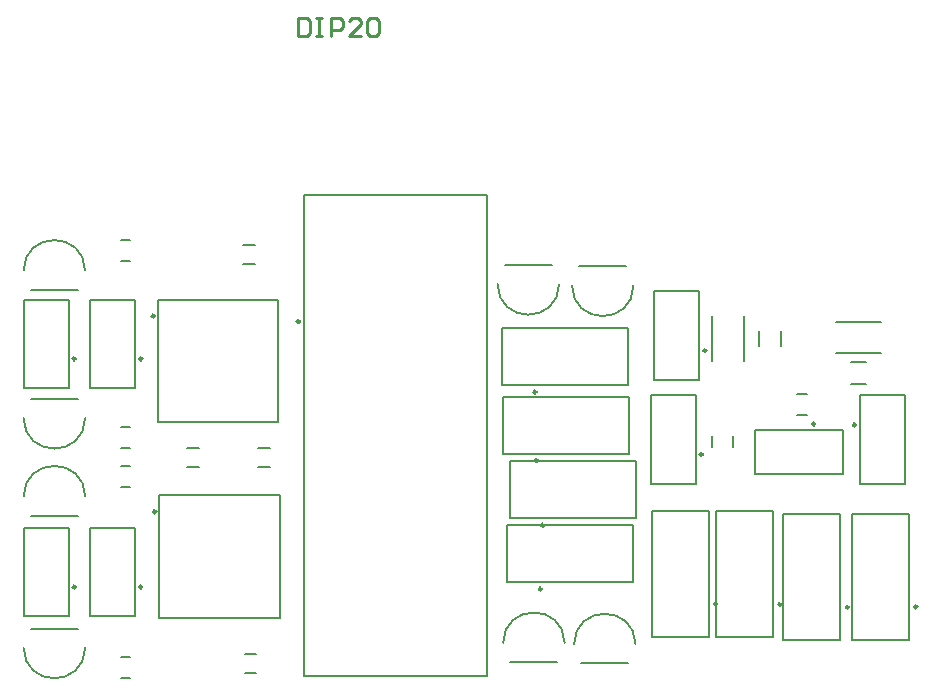
<source format=gto>
G04*
G04 #@! TF.GenerationSoftware,Altium Limited,Altium Designer,23.5.1 (21)*
G04*
G04 Layer_Color=65535*
%FSLAX44Y44*%
%MOMM*%
G71*
G04*
G04 #@! TF.SameCoordinates,17670BC2-17D3-42C6-95D3-1F8550388E7E*
G04*
G04*
G04 #@! TF.FilePolarity,Positive*
G04*
G01*
G75*
%ADD10C,0.2500*%
%ADD11C,0.2000*%
%ADD12C,0.2540*%
D10*
X247750Y426350D02*
G03*
X247750Y426350I-1250J0D01*
G01*
X592000Y402000D02*
G03*
X592000Y402000I-1250J0D01*
G01*
X589000Y314000D02*
G03*
X589000Y314000I-1250J0D01*
G01*
X452750Y200000D02*
G03*
X452750Y200000I-1250J0D01*
G01*
X449350Y308775D02*
G03*
X449350Y308775I-1250J0D01*
G01*
X124906Y431194D02*
G03*
X124906Y431194I-1250J0D01*
G01*
X114443Y395000D02*
G03*
X114443Y395000I-1250J0D01*
G01*
X58000D02*
G03*
X58000Y395000I-1250J0D01*
G01*
X655475Y187100D02*
G03*
X655475Y187100I-1250J0D01*
G01*
X114443Y201761D02*
G03*
X114443Y201761I-1250J0D01*
G01*
X718500Y339000D02*
G03*
X718500Y339000I-1250J0D01*
G01*
X126144Y265560D02*
G03*
X126144Y265560I-1250J0D01*
G01*
X58000Y201761D02*
G03*
X58000Y201761I-1250J0D01*
G01*
X712658Y184692D02*
G03*
X712658Y184692I-1250J0D01*
G01*
X601200Y187496D02*
G03*
X601200Y187496I-1250J0D01*
G01*
X684250Y339750D02*
G03*
X684250Y339750I-1250J0D01*
G01*
X770475Y185100D02*
G03*
X770475Y185100I-1250J0D01*
G01*
X454750Y254000D02*
G03*
X454750Y254000I-1250J0D01*
G01*
X448150Y366775D02*
G03*
X448150Y366775I-1250J0D01*
G01*
D11*
X478265Y457000D02*
G03*
X530334Y457000I26035J161D01*
G01*
X66035Y469629D02*
G03*
X13966Y469628I-26035J-161D01*
G01*
X13965Y344794D02*
G03*
X66034Y344794I26035J161D01*
G01*
X532035Y153206D02*
G03*
X479966Y153206I-26035J-161D01*
G01*
X13965Y150358D02*
G03*
X66034Y150358I26035J161D01*
G01*
X66070Y278412D02*
G03*
X14001Y278412I-26035J-161D01*
G01*
X472035Y154300D02*
G03*
X419966Y154300I-26035J-161D01*
G01*
X415265Y458182D02*
G03*
X467334Y458182I26035J161D01*
G01*
X251750Y126750D02*
Y533250D01*
X406250D01*
Y126750D02*
Y533250D01*
X251750Y126750D02*
X406250D01*
X484300Y473161D02*
X524300D01*
X548000Y377000D02*
X586000D01*
Y452000D01*
X548000D02*
X586000D01*
X548000Y377000D02*
Y452000D01*
X545000Y289000D02*
Y364000D01*
X583000D01*
Y289000D02*
Y364000D01*
X545000Y289000D02*
X583000D01*
X423650Y205850D02*
X530350D01*
Y254150D01*
X423650D02*
X530350D01*
X423650Y205850D02*
Y254150D01*
X420250Y314625D02*
Y362925D01*
X526950D01*
Y314625D02*
Y362925D01*
X420250Y314625D02*
X526950D01*
X229556Y341444D02*
Y445044D01*
X127556Y341444D02*
X229556D01*
X127556D02*
Y445044D01*
X229556D01*
X199806Y475127D02*
X209806D01*
X199806Y491128D02*
X209806D01*
X70443Y370000D02*
Y445000D01*
X108442D01*
Y370000D02*
Y445000D01*
X70443Y370000D02*
X108442D01*
X152299Y319252D02*
X162299D01*
X152299Y303252D02*
X162299D01*
X96386Y495127D02*
X103886D01*
X96386Y477627D02*
X103886D01*
X96386Y336795D02*
X103886D01*
X96386Y319295D02*
X103886D01*
X14000Y370000D02*
Y445000D01*
X52000D01*
Y370000D02*
Y445000D01*
X14000Y370000D02*
X52000D01*
X20000Y453467D02*
X60000D01*
X20000Y360955D02*
X60000D01*
X648375Y159250D02*
Y265950D01*
X600075D02*
X648375D01*
X600075Y159250D02*
Y265950D01*
Y159250D02*
X648375D01*
X486000Y137045D02*
X526000D01*
X201044Y128859D02*
X211044D01*
X201044Y144859D02*
X211044D01*
X212358Y319252D02*
X222358D01*
X212358Y303252D02*
X222358D01*
X96386Y286411D02*
X103886D01*
X96386Y303911D02*
X103886D01*
X96386Y124859D02*
X103886D01*
X96386Y142359D02*
X103886D01*
X20000Y166519D02*
X60000D01*
X20035Y262251D02*
X60035D01*
X70443Y176761D02*
X108442D01*
Y251761D01*
X70443D02*
X108442D01*
X70443Y176761D02*
Y251761D01*
X637000Y405750D02*
Y418250D01*
X655000Y405750D02*
Y418250D01*
X623500Y392969D02*
Y431031D01*
X596500Y392969D02*
Y431031D01*
X722000Y364000D02*
X760000D01*
X722000Y289000D02*
Y364000D01*
Y289000D02*
X760000D01*
Y364000D01*
X714750Y374000D02*
X727250D01*
X714750Y392000D02*
X727250D01*
X701958Y426500D02*
X740020D01*
X701958Y399500D02*
X740020D01*
X128794Y279410D02*
X230794D01*
X128794Y175810D02*
Y279410D01*
Y175810D02*
X230794D01*
Y279410D01*
X14000Y176761D02*
X52000D01*
Y251761D01*
X14000D02*
X52000D01*
X14000Y176761D02*
Y251761D01*
X705558Y156842D02*
Y263542D01*
X657258D02*
X705558D01*
X657258Y156842D02*
Y263542D01*
Y156842D02*
X705558D01*
X594100Y159646D02*
Y266346D01*
X545801D02*
X594100D01*
X545801Y159646D02*
Y266346D01*
Y159646D02*
X594100D01*
X426000Y138139D02*
X466000D01*
X708000Y297000D02*
Y335000D01*
X633000D02*
X708000D01*
X633000Y297000D02*
Y335000D01*
Y297000D02*
X708000D01*
X668523Y365000D02*
X677493D01*
X668523Y347000D02*
X677493D01*
X763375Y157250D02*
Y263950D01*
X715075D02*
X763375D01*
X715075Y157250D02*
Y263950D01*
Y157250D02*
X763375D01*
X425650Y259850D02*
X532350D01*
Y308150D01*
X425650D02*
X532350D01*
X425650Y259850D02*
Y308150D01*
X419050Y372625D02*
X525750D01*
Y420925D01*
X419050D02*
X525750D01*
X419050Y372625D02*
Y420925D01*
X421300Y474343D02*
X461300D01*
X615000Y320515D02*
Y329485D01*
X597000Y320515D02*
Y329485D01*
D12*
X246634Y683509D02*
Y668274D01*
X254251D01*
X256791Y670813D01*
Y680970D01*
X254251Y683509D01*
X246634D01*
X261869D02*
X266947D01*
X264408D01*
Y668274D01*
X261869D01*
X266947D01*
X274565D02*
Y683509D01*
X282183D01*
X284722Y680970D01*
Y675891D01*
X282183Y673352D01*
X274565D01*
X299957Y668274D02*
X289800D01*
X299957Y678431D01*
Y680970D01*
X297418Y683509D01*
X292339D01*
X289800Y680970D01*
X305035D02*
X307574Y683509D01*
X312653D01*
X315192Y680970D01*
Y670813D01*
X312653Y668274D01*
X307574D01*
X305035Y670813D01*
Y680970D01*
M02*

</source>
